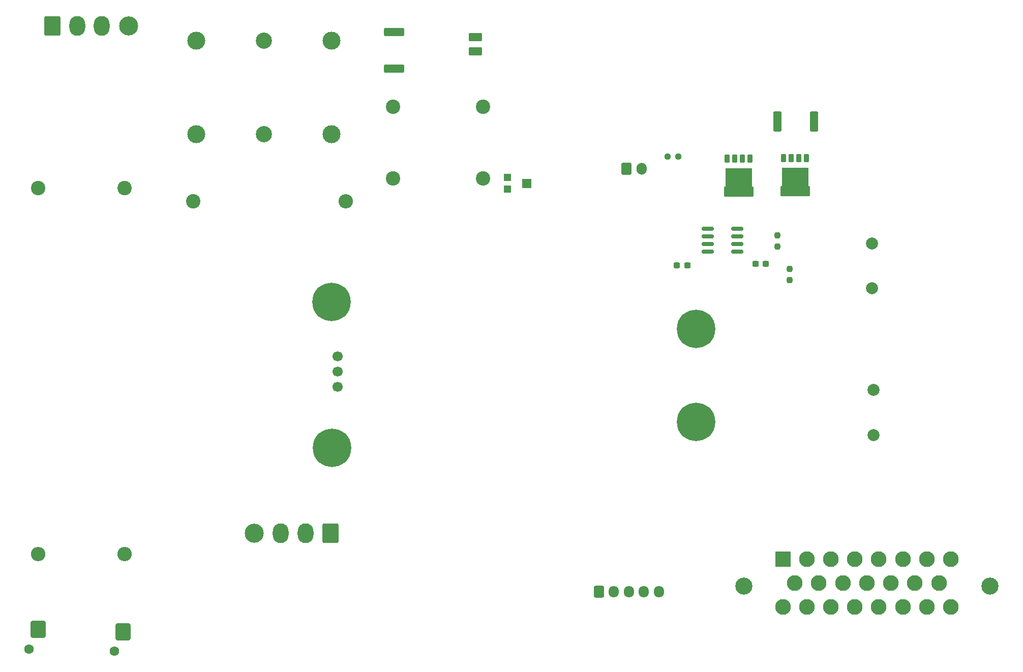
<source format=gbr>
%TF.GenerationSoftware,KiCad,Pcbnew,(6.0.1)*%
%TF.CreationDate,2022-11-29T11:45:12-05:00*%
%TF.ProjectId,high-voltage-board,68696768-2d76-46f6-9c74-6167652d626f,rev?*%
%TF.SameCoordinates,Original*%
%TF.FileFunction,Soldermask,Top*%
%TF.FilePolarity,Negative*%
%FSLAX46Y46*%
G04 Gerber Fmt 4.6, Leading zero omitted, Abs format (unit mm)*
G04 Created by KiCad (PCBNEW (6.0.1)) date 2022-11-29 11:45:12*
%MOMM*%
%LPD*%
G01*
G04 APERTURE LIST*
G04 Aperture macros list*
%AMRoundRect*
0 Rectangle with rounded corners*
0 $1 Rounding radius*
0 $2 $3 $4 $5 $6 $7 $8 $9 X,Y pos of 4 corners*
0 Add a 4 corners polygon primitive as box body*
4,1,4,$2,$3,$4,$5,$6,$7,$8,$9,$2,$3,0*
0 Add four circle primitives for the rounded corners*
1,1,$1+$1,$2,$3*
1,1,$1+$1,$4,$5*
1,1,$1+$1,$6,$7*
1,1,$1+$1,$8,$9*
0 Add four rect primitives between the rounded corners*
20,1,$1+$1,$2,$3,$4,$5,0*
20,1,$1+$1,$4,$5,$6,$7,0*
20,1,$1+$1,$6,$7,$8,$9,0*
20,1,$1+$1,$8,$9,$2,$3,0*%
%AMFreePoly0*
4,1,21,3.024497,2.399497,3.045000,2.350000,3.045000,-2.350000,3.024497,-2.399497,2.975000,-2.420000,1.425000,-2.420000,1.375503,-2.399497,1.355000,-2.350000,1.355000,-2.170000,-1.650000,-2.170000,-1.699497,-2.149497,-1.720000,-2.100000,-1.720000,2.100000,-1.699497,2.149497,-1.650000,2.170000,1.355000,2.170000,1.355000,2.350000,1.375503,2.399497,1.425000,2.420000,2.975000,2.420000,
3.024497,2.399497,3.024497,2.399497,$1*%
G04 Aperture macros list end*
%ADD10C,3.180000*%
%ADD11RoundRect,0.250000X1.070000X-1.400000X1.070000X1.400000X-1.070000X1.400000X-1.070000X-1.400000X0*%
%ADD12O,2.640000X3.300000*%
%ADD13RoundRect,0.250000X-0.600000X-0.750000X0.600000X-0.750000X0.600000X0.750000X-0.600000X0.750000X0*%
%ADD14O,1.700000X2.000000*%
%ADD15C,0.800000*%
%ADD16C,6.400000*%
%ADD17C,1.699848*%
%ADD18C,2.700000*%
%ADD19C,3.000000*%
%ADD20C,3.200000*%
%ADD21C,2.000000*%
%ADD22C,2.400000*%
%ADD23RoundRect,0.250000X-0.600000X-0.725000X0.600000X-0.725000X0.600000X0.725000X-0.600000X0.725000X0*%
%ADD24O,1.700000X1.950000*%
%ADD25RoundRect,0.237500X0.300000X0.237500X-0.300000X0.237500X-0.300000X-0.237500X0.300000X-0.237500X0*%
%ADD26RoundRect,0.237500X0.250000X0.237500X-0.250000X0.237500X-0.250000X-0.237500X0.250000X-0.237500X0*%
%ADD27RoundRect,0.237500X0.237500X-0.250000X0.237500X0.250000X-0.237500X0.250000X-0.237500X-0.250000X0*%
%ADD28RoundRect,0.249999X1.425001X-0.450001X1.425001X0.450001X-1.425001X0.450001X-1.425001X-0.450001X0*%
%ADD29RoundRect,0.070000X0.350000X0.575000X-0.350000X0.575000X-0.350000X-0.575000X0.350000X-0.575000X0*%
%ADD30FreePoly0,270.000000*%
%ADD31C,1.600000*%
%ADD32RoundRect,0.250000X-0.980000X-1.150000X0.980000X-1.150000X0.980000X1.150000X-0.980000X1.150000X0*%
%ADD33RoundRect,0.150000X-0.825000X-0.150000X0.825000X-0.150000X0.825000X0.150000X-0.825000X0.150000X0*%
%ADD34O,2.400000X2.400000*%
%ADD35RoundRect,0.249999X0.450001X1.425001X-0.450001X1.425001X-0.450001X-1.425001X0.450001X-1.425001X0*%
%ADD36C,2.850000*%
%ADD37R,2.625000X2.625000*%
%ADD38C,2.625000*%
%ADD39R,1.200000X1.200000*%
%ADD40R,1.500000X1.600000*%
%ADD41RoundRect,0.237500X-0.237500X0.250000X-0.237500X-0.250000X0.237500X-0.250000X0.237500X0.250000X0*%
%ADD42RoundRect,0.250000X-1.070000X1.400000X-1.070000X-1.400000X1.070000X-1.400000X1.070000X1.400000X0*%
%ADD43RoundRect,0.250001X-0.849999X0.462499X-0.849999X-0.462499X0.849999X-0.462499X0.849999X0.462499X0*%
G04 APERTURE END LIST*
D10*
%TO.C,J5*%
X71643000Y-44451000D03*
D11*
X58923000Y-44451000D03*
D12*
X63063000Y-44451000D03*
X67203000Y-44451000D03*
%TD*%
D13*
%TO.C,J2*%
X154559000Y-68199000D03*
D14*
X157059000Y-68199000D03*
%TD*%
D15*
%TO.C,U7*%
X105439120Y-92834900D03*
X103732871Y-88715651D03*
D16*
X105439120Y-90421900D03*
D15*
X107145369Y-92128149D03*
X103732871Y-92128149D03*
X103026120Y-90421900D03*
X105439120Y-88008900D03*
X107145369Y-88715651D03*
X107852120Y-90421900D03*
D17*
X106455120Y-99438900D03*
X106455120Y-101978900D03*
X106455120Y-104518900D03*
D15*
X105530560Y-117091900D03*
X107897840Y-114633180D03*
X103071840Y-114724620D03*
X105439120Y-112265900D03*
X103810920Y-116417478D03*
X107158760Y-112940322D03*
X103746262Y-113004980D03*
X107223418Y-116352820D03*
D16*
X105484840Y-114678900D03*
D15*
X164438871Y-112067149D03*
X164438871Y-108654651D03*
X168558120Y-110360900D03*
D16*
X166145120Y-110360900D03*
D15*
X166145120Y-107947900D03*
X163732120Y-110360900D03*
X166145120Y-112773900D03*
X167851369Y-112067149D03*
X167851369Y-108654651D03*
X164438871Y-96573149D03*
X167851369Y-93160651D03*
D16*
X166145120Y-94866900D03*
D15*
X167851369Y-96573149D03*
X168558120Y-94866900D03*
X163732120Y-94866900D03*
X166145120Y-97279900D03*
X166145120Y-92453900D03*
X164438871Y-93160651D03*
%TD*%
D18*
%TO.C,F1*%
X94160000Y-62484000D03*
D19*
X105410000Y-62484000D03*
X82910000Y-62484000D03*
%TD*%
D20*
%TO.C,H4*%
X105439120Y-90421900D03*
%TD*%
D21*
%TO.C,C22*%
X195453000Y-80645000D03*
X195453000Y-88145000D03*
%TD*%
D22*
%TO.C,C19*%
X115690000Y-57912000D03*
X130690000Y-57912000D03*
%TD*%
D23*
%TO.C,J9*%
X149940000Y-138667000D03*
D24*
X152440000Y-138667000D03*
X154940000Y-138667000D03*
X157440000Y-138667000D03*
X159940000Y-138667000D03*
%TD*%
D25*
%TO.C,C4*%
X164692500Y-84328000D03*
X162967500Y-84328000D03*
%TD*%
D20*
%TO.C,H2*%
X105537000Y-114808000D03*
%TD*%
D21*
%TO.C,C23*%
X195707000Y-112589000D03*
X195707000Y-105089000D03*
%TD*%
D26*
%TO.C,R5*%
X163195000Y-66167000D03*
X161370000Y-66167000D03*
%TD*%
D27*
%TO.C,R3*%
X181737000Y-86764500D03*
X181737000Y-84939500D03*
%TD*%
D28*
%TO.C,R15*%
X115824000Y-51564000D03*
X115824000Y-45464000D03*
%TD*%
D29*
%TO.C,Q1*%
X184536000Y-66488000D03*
X183266000Y-66488000D03*
X181986000Y-66488000D03*
X180716000Y-66488000D03*
D30*
X182626000Y-69758000D03*
%TD*%
D20*
%TO.C,H1*%
X166243000Y-110617000D03*
%TD*%
D31*
%TO.C,J11*%
X69264400Y-148588800D03*
D32*
X70764400Y-145338800D03*
%TD*%
D33*
%TO.C,U3*%
X168086000Y-78232000D03*
X168086000Y-79502000D03*
X168086000Y-80772000D03*
X168086000Y-82042000D03*
X173036000Y-82042000D03*
X173036000Y-80772000D03*
X173036000Y-79502000D03*
X173036000Y-78232000D03*
%TD*%
D25*
%TO.C,C6*%
X177773500Y-84074000D03*
X176048500Y-84074000D03*
%TD*%
D22*
%TO.C,R9*%
X56591200Y-71424800D03*
D34*
X56591200Y-132384800D03*
%TD*%
D35*
%TO.C,R6*%
X185803000Y-60325000D03*
X179703000Y-60325000D03*
%TD*%
D36*
%TO.C,J1*%
X174081000Y-137739500D03*
X215081000Y-137739500D03*
D37*
X180581000Y-133239500D03*
D38*
X184581000Y-133239500D03*
X188581000Y-133239500D03*
X192581000Y-133239500D03*
X196581000Y-133239500D03*
X200581000Y-133239500D03*
X204581000Y-133239500D03*
X208581000Y-133239500D03*
X182581000Y-137239500D03*
X186581000Y-137239500D03*
X190581000Y-137239500D03*
X194581000Y-137239500D03*
X198581000Y-137239500D03*
X202581000Y-137239500D03*
X206581000Y-137239500D03*
X180581000Y-141239500D03*
X184581000Y-141239500D03*
X188581000Y-141239500D03*
X192581000Y-141239500D03*
X196581000Y-141239500D03*
X200581000Y-141239500D03*
X204581000Y-141239500D03*
X208581000Y-141239500D03*
%TD*%
D18*
%TO.C,F2*%
X94160000Y-46863000D03*
D19*
X105410000Y-46863000D03*
X82910000Y-46863000D03*
%TD*%
D22*
%TO.C,R10*%
X71018400Y-71424800D03*
D34*
X71018400Y-132384800D03*
%TD*%
D20*
%TO.C,H3*%
X166243000Y-94869000D03*
%TD*%
D39*
%TO.C,RV1*%
X134698000Y-69662800D03*
D40*
X137948000Y-70662800D03*
D39*
X134698000Y-71662800D03*
%TD*%
D29*
%TO.C,Q2*%
X175138000Y-66576000D03*
X173868000Y-66576000D03*
X172588000Y-66576000D03*
X171318000Y-66576000D03*
D30*
X173228000Y-69846000D03*
%TD*%
D41*
%TO.C,R4*%
X179705000Y-79351500D03*
X179705000Y-81176500D03*
%TD*%
D10*
%TO.C,J6*%
X92568000Y-128904000D03*
D42*
X105288000Y-128904000D03*
D12*
X101148000Y-128904000D03*
X97008000Y-128904000D03*
%TD*%
D43*
%TO.C,L1*%
X129432500Y-46335500D03*
X129432500Y-48660500D03*
%TD*%
D22*
%TO.C,C2*%
X115690000Y-69850000D03*
X130690000Y-69850000D03*
%TD*%
%TO.C,R1*%
X82423000Y-73660000D03*
D34*
X107823000Y-73660000D03*
%TD*%
D31*
%TO.C,J8*%
X55091200Y-148207800D03*
D32*
X56591200Y-144957800D03*
%TD*%
M02*

</source>
